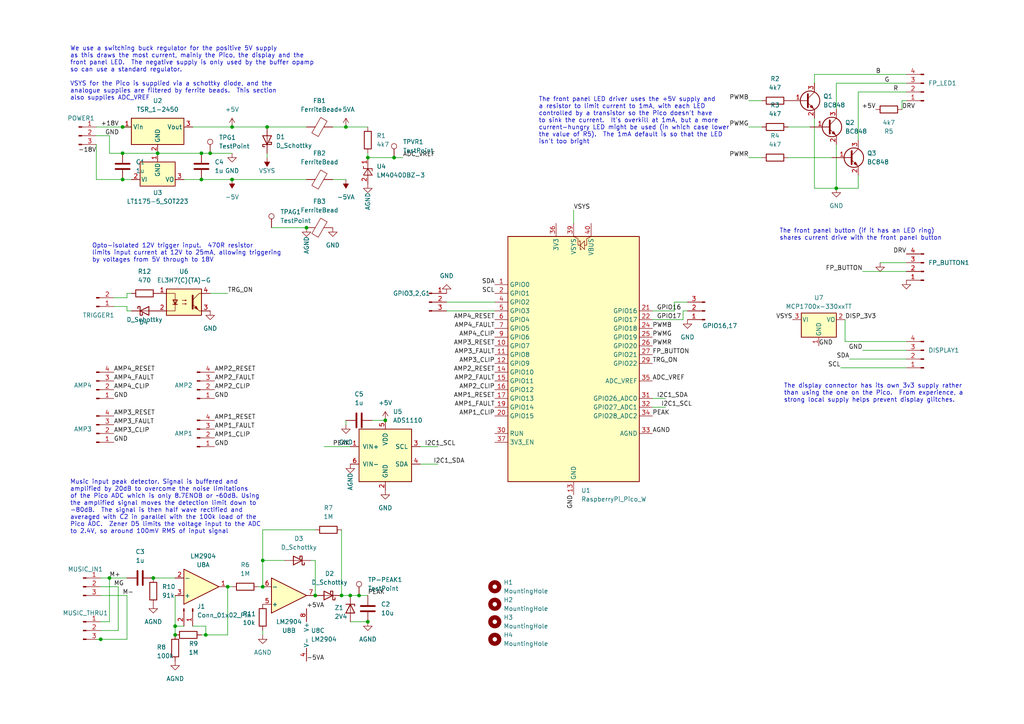
<source format=kicad_sch>
(kicad_sch (version 20231120) (generator "eeschema") (generator_version "8.0")
  (paper "A4")
  (lib_symbols
    (symbol "Amplifier_Operational:LM2904" (pin_names (offset 0.127))
      (property "Reference" "U" (at 0 5.08 0))
      (property "Value" "LM2904" (at 0 -5.08 0))
      (symbol "LM2904_1_1"
        (pin output line (at 7.62 0 180) (length 2.54) (name "~") (number "1"))
        (pin input line (at -7.62 -2.54 0) (length 2.54) (name "-") (number "2"))
        (pin input line (at -7.62 2.54 0) (length 2.54) (name "+") (number "3"))
      )
      (symbol "LM2904_2_1"
        (pin input line (at -7.62 2.54 0) (length 2.54) (name "+") (number "5"))
        (pin input line (at -7.62 -2.54 0) (length 2.54) (name "-") (number "6"))
        (pin output line (at 7.62 0 180) (length 2.54) (name "~") (number "7"))
      )
      (symbol "LM2904_3_1"
        (pin power_in line (at -2.54 -7.62 90) (length 3.81) (name "V-") (number "4"))
        (pin power_in line (at -2.54 7.62 270) (length 3.81) (name "V+") (number "8"))
      )
    )
    (symbol "Analog_ADC:ADS1110" (pin_names (offset 1.016))
      (property "Reference" "U" (at -7.62 8.89 0))
      (property "Value" "ADS1110" (at 1.27 8.89 0))
      (symbol "ADS1110_1_1"
        (pin input line (at -10.16 2.54 0) (length 2.54) (name "VIN+") (number "1"))
        (pin power_in line (at 0 -10.16 90) (length 2.54) (name "GND") (number "2"))
        (pin input line (at 10.16 2.54 180) (length 2.54) (name "SCL") (number "3"))
        (pin bidirectional line (at 10.16 -2.54 180) (length 2.54) (name "SDA") (number "4"))
        (pin power_in line (at 0 10.16 270) (length 2.54) (name "VDD") (number "5"))
        (pin input line (at -10.16 -2.54 0) (length 2.54) (name "VIN-") (number "6"))
      )
    )
    (symbol "Connector:Conn_01x02_Pin" (pin_names (offset 1.016) hide)
      (property "Reference" "J" (at 0 2.54 0))
      (property "Value" "Conn_01x02_Pin" (at 0 -5.08 0))
      (symbol "Conn_01x02_Pin_1_1"
        (pin passive line (at 5.08 0 180) (length 3.81) (name "Pin_1") (number "1"))
        (pin passive line (at 5.08 -2.54 180) (length 3.81) (name "Pin_2") (number "2"))
      )
    )
    (symbol "Connector:Conn_01x03_Pin" (pin_names (offset 1.016) hide)
      (property "Reference" "J" (at 0 5.08 0))
      (property "Value" "Conn_01x03_Pin" (at 0 -5.08 0))
      (symbol "Conn_01x03_Pin_1_1"
        (pin passive line (at 5.08 2.54 180) (length 3.81) (name "Pin_1") (number "1"))
        (pin passive line (at 5.08 0 180) (length 3.81) (name "Pin_2") (number "2"))
        (pin passive line (at 5.08 -2.54 180) (length 3.81) (name "Pin_3") (number "3"))
      )
    )
    (symbol "Connector:Conn_01x04_Pin" (pin_names (offset 1.016) hide)
      (property "Reference" "J" (at 0 5.08 0))
      (property "Value" "Conn_01x04_Pin" (at 0 -7.62 0))
      (symbol "Conn_01x04_Pin_1_1"
        (pin passive line (at 5.08 2.54 180) (length 3.81) (name "Pin_1") (number "1"))
        (pin passive line (at 5.08 0 180) (length 3.81) (name "Pin_2") (number "2"))
        (pin passive line (at 5.08 -2.54 180) (length 3.81) (name "Pin_3") (number "3"))
        (pin passive line (at 5.08 -5.08 180) (length 3.81) (name "Pin_4") (number "4"))
      )
    )
    (symbol "Connector:TestPoint" (pin_numbers hide) (pin_names (offset 0.762) hide)
      (property "Reference" "TP" (at 0 6.858 0))
      (property "Value" "TestPoint" (at 0 5.08 0))
      (symbol "TestPoint_1_1"
        (pin passive line (at 0 0 90) (length 2.54) (name "1") (number "1"))
      )
    )
    (symbol "Device:C" (pin_numbers hide) (pin_names (offset 0.254))
      (property "Reference" "C" (at 0.635 2.54 0))
      (property "Value" "C" (at 0.635 -2.54 0))
      (symbol "C_1_1"
        (pin passive line (at 0 3.81 270) (length 2.794) (name "~") (number "1"))
        (pin passive line (at 0 -3.81 90) (length 2.794) (name "~") (number "2"))
      )
    )
    (symbol "Device:D_Schottky" (pin_numbers hide) (pin_names (offset 1.016) hide)
      (property "Reference" "D" (at 0 2.54 0))
      (property "Value" "D_Schottky" (at 0 -2.54 0))
      (symbol "D_Schottky_1_1"
        (pin passive line (at -3.81 0 0) (length 2.54) (name "K") (number "1"))
        (pin passive line (at 3.81 0 180) (length 2.54) (name "A") (number "2"))
      )
    )
    (symbol "Device:D_Zener" (pin_numbers hide) (pin_names (offset 1.016) hide)
      (property "Reference" "D" (at 0 2.54 0))
      (property "Value" "D_Zener" (at 0 -2.54 0))
      (symbol "D_Zener_1_1"
        (pin passive line (at -3.81 0 0) (length 2.54) (name "K") (number "1"))
        (pin passive line (at 3.81 0 180) (length 2.54) (name "A") (number "2"))
      )
    )
    (symbol "Device:FerriteBead" (pin_numbers hide) (pin_names (offset 0))
      (property "Reference" "FB" (at -3.81 0.635 90))
      (property "Value" "FerriteBead" (at 3.81 0 90))
      (symbol "FerriteBead_1_1"
        (pin passive line (at 0 3.81 270) (length 2.54) (name "~") (number "1"))
        (pin passive line (at 0 -3.81 90) (length 2.54) (name "~") (number "2"))
      )
    )
    (symbol "Device:R" (pin_numbers hide) (pin_names (offset 0))
      (property "Reference" "R" (at 2.032 0 90))
      (property "Value" "R" (at 0 0 90))
      (symbol "R_1_1"
        (pin passive line (at 0 3.81 270) (length 1.27) (name "~") (number "1"))
        (pin passive line (at 0 -3.81 90) (length 1.27) (name "~") (number "2"))
      )
    )
    (symbol "Isolator:EL817" (pin_names (offset 1.016))
      (property "Reference" "U" (at -5.08 5.08 0))
      (property "Value" "EL817" (at 0 5.08 0))
      (symbol "EL817_1_1"
        (pin passive line (at -7.62 2.54 0) (length 2.54) (name "~") (number "1"))
        (pin passive line (at -7.62 -2.54 0) (length 2.54) (name "~") (number "2"))
        (pin passive line (at 7.62 -2.54 180) (length 2.54) (name "~") (number "3"))
        (pin passive line (at 7.62 2.54 180) (length 2.54) (name "~") (number "4"))
      )
    )
    (symbol "MCU_Module_RaspberryPi_Pico:RaspberryPi_Pico_W"
      (property "Reference" "U" (at -19.05 38.1 0))
      (property "Value" "RaspberryPi_Pico_W" (at 7.62 38.1 0))
      (symbol "RaspberryPi_Pico_W_1_1"
        (pin bidirectional line (at -22.86 22.86 0) (length 3.81) (name "GPIO0") (number "1"))
        (pin bidirectional line (at -22.86 5.08 0) (length 3.81) (name "GPIO7") (number "10"))
        (pin bidirectional line (at -22.86 2.54 0) (length 3.81) (name "GPIO8") (number "11"))
        (pin bidirectional line (at -22.86 0 0) (length 3.81) (name "GPIO9") (number "12"))
        (pin power_out line (at 0 -38.1 90) (length 3.81) (name "GND") (number "13"))
        (pin bidirectional line (at -22.86 -2.54 0) (length 3.81) (name "GPIO10") (number "14"))
        (pin bidirectional line (at -22.86 -5.08 0) (length 3.81) (name "GPIO11") (number "15"))
        (pin bidirectional line (at -22.86 -7.62 0) (length 3.81) (name "GPIO12") (number "16"))
        (pin bidirectional line (at -22.86 -10.16 0) (length 3.81) (name "GPIO13") (number "17"))
        (pin passive line (at 0 -38.1 90) (length 3.81) hide (name "GND") (number "18"))
        (pin bidirectional line (at -22.86 -12.7 0) (length 3.81) (name "GPIO14") (number "19"))
        (pin bidirectional line (at -22.86 20.32 0) (length 3.81) (name "GPIO1") (number "2"))
        (pin bidirectional line (at -22.86 -15.24 0) (length 3.81) (name "GPIO15") (number "20"))
        (pin bidirectional line (at 22.86 15.24 180) (length 3.81) (name "GPIO16") (number "21"))
        (pin bidirectional line (at 22.86 12.7 180) (length 3.81) (name "GPIO17") (number "22"))
        (pin passive line (at 0 -38.1 90) (length 3.81) hide (name "GND") (number "23"))
        (pin bidirectional line (at 22.86 10.16 180) (length 3.81) (name "GPIO18") (number "24"))
        (pin bidirectional line (at 22.86 7.62 180) (length 3.81) (name "GPIO19") (number "25"))
        (pin bidirectional line (at 22.86 5.08 180) (length 3.81) (name "GPIO20") (number "26"))
        (pin bidirectional line (at 22.86 2.54 180) (length 3.81) (name "GPIO21") (number "27"))
        (pin passive line (at 0 -38.1 90) (length 3.81) hide (name "GND") (number "28"))
        (pin bidirectional line (at 22.86 0 180) (length 3.81) (name "GPIO22") (number "29"))
        (pin passive line (at 0 -38.1 90) (length 3.81) hide (name "GND") (number "3"))
        (pin input line (at -22.86 -20.32 0) (length 3.81) (name "RUN") (number "30"))
        (pin bidirectional line (at 22.86 -10.16 180) (length 3.81) (name "GPIO26_ADC0") (number "31"))
        (pin bidirectional line (at 22.86 -12.7 180) (length 3.81) (name "GPIO27_ADC1") (number "32"))
        (pin power_in line (at 22.86 -20.32 180) (length 3.81) (name "AGND") (number "33"))
        (pin bidirectional line (at 22.86 -15.24 180) (length 3.81) (name "GPIO28_ADC2") (number "34"))
        (pin power_in line (at 22.86 -5.08 180) (length 3.81) (name "ADC_VREF") (number "35"))
        (pin power_out line (at -5.08 40.64 270) (length 3.81) (name "3V3") (number "36"))
        (pin input line (at -22.86 -22.86 0) (length 3.81) (name "3V3_EN") (number "37"))
        (pin passive line (at 0 -38.1 90) (length 3.81) hide (name "GND") (number "38"))
        (pin power_in line (at 0 40.64 270) (length 3.81) (name "VSYS") (number "39"))
        (pin bidirectional line (at -22.86 17.78 0) (length 3.81) (name "GPIO2") (number "4"))
        (pin power_out line (at 5.08 40.64 270) (length 3.81) (name "VBUS") (number "40"))
        (pin bidirectional line (at -22.86 15.24 0) (length 3.81) (name "GPIO3") (number "5"))
        (pin bidirectional line (at -22.86 12.7 0) (length 3.81) (name "GPIO4") (number "6"))
        (pin bidirectional line (at -22.86 10.16 0) (length 3.81) (name "GPIO5") (number "7"))
        (pin passive line (at 0 -38.1 90) (length 3.81) hide (name "GND") (number "8"))
        (pin bidirectional line (at -22.86 7.62 0) (length 3.81) (name "GPIO6") (number "9"))
      )
    )
    (symbol "Mechanical:MountingHole" (pin_names (offset 1.016))
      (property "Reference" "H" (at 0 5.08 0))
      (property "Value" "MountingHole" (at 0 3.175 0))
    )
    (symbol "Reference_Voltage:LM4040DBZ-3" (pin_names (offset 0.0254) hide)
      (property "Reference" "U" (at 0 2.54 0))
      (property "Value" "LM4040DBZ-3" (at 0 -3.175 0))
      (symbol "LM4040DBZ-3_1_1"
        (pin passive line (at 3.81 0 180) (length 2.54) (name "K") (number "1"))
        (pin passive line (at -3.81 0 0) (length 2.54) (name "A") (number "2"))
      )
    )
    (symbol "Regulator_Linear:LM79L05_TO92" (pin_names (offset 0.254))
      (property "Reference" "U" (at -3.81 -3.175 0))
      (property "Value" "LM79L05_TO92" (at 0 -3.175 0))
      (symbol "LM79L05_TO92_1_1"
        (pin power_in line (at 0 7.62 270) (length 2.54) (name "GND") (number "1"))
        (pin power_in line (at -7.62 0 0) (length 2.54) (name "VI") (number "2"))
        (pin power_out line (at 7.62 0 180) (length 2.54) (name "VO") (number "3"))
      )
    )
    (symbol "Regulator_Linear:MCP1700x-330xxTT" (pin_names (offset 0.254))
      (property "Reference" "U" (at -3.81 3.175 0))
      (property "Value" "MCP1700x-330xxTT" (at 0 3.175 0))
      (symbol "MCP1700x-330xxTT_1_1"
        (pin power_in line (at 0 -7.62 90) (length 2.54) (name "GND") (number "1"))
        (pin power_out line (at 7.62 0 180) (length 2.54) (name "VO") (number "2"))
        (pin power_in line (at -7.62 0 0) (length 2.54) (name "VI") (number "3"))
      )
    )
    (symbol "Regulator_Switching:TSR_1-2450"
      (property "Reference" "U" (at -7.62 6.35 0))
      (property "Value" "TSR_1-2450" (at -1.27 6.35 0))
      (symbol "TSR_1-2450_1_1"
        (pin power_in line (at -10.16 2.54 0) (length 2.54) (name "Vin") (number "1"))
        (pin power_in line (at 0 -5.08 90) (length 2.54) (name "GND") (number "2"))
        (pin power_out line (at 10.16 2.54 180) (length 2.54) (name "Vout") (number "3"))
      )
    )
    (symbol "Transistor_BJT:BC848" (pin_names (offset 0) hide)
      (property "Reference" "Q" (at 5.08 1.905 0))
      (property "Value" "BC848" (at 5.08 0 0))
      (symbol "BC848_1_1"
        (pin input line (at -5.08 0 0) (length 5.715) (name "B") (number "1"))
        (pin passive line (at 2.54 -5.08 90) (length 2.54) (name "E") (number "2"))
        (pin passive line (at 2.54 5.08 270) (length 2.54) (name "C") (number "3"))
      )
    )
    (symbol "power:+5V" (power) (pin_names (offset 0))
      (property "Value" "+5V" (at 0 3.556 0))
      (symbol "+5V_1_1"
        (pin power_in line (at 0 0 90) (length 0) hide (name "+5V") (number "1"))
      )
    )
    (symbol "power:+5VA" (power) (pin_names (offset 0))
      (property "Value" "+5VA" (at 0 3.556 0))
      (symbol "+5VA_1_1"
        (pin power_in line (at 0 0 90) (length 0) hide (name "+5VA") (number "1"))
      )
    )
    (symbol "power:-5V" (power) (pin_names (offset 0))
      (property "Value" "-5V" (at 0 3.81 0))
      (symbol "-5V_0_0"
        (pin power_in line (at 0 0 90) (length 0) hide (name "-5V") (number "1"))
      )
    )
    (symbol "power:-5VA" (power) (pin_names (offset 0))
      (property "Value" "-5VA" (at 0 3.81 0))
      (symbol "-5VA_0_0"
        (pin power_in line (at 0 0 90) (length 0) hide (name "-5VA") (number "1"))
      )
    )
    (symbol "power:GND" (power) (pin_names (offset 0))
      (property "Value" "GND" (at 0 -3.81 0))
      (symbol "GND_1_1"
        (pin power_in line (at 0 0 270) (length 0) hide (name "GND") (number "1"))
      )
    )
    (symbol "power:VSS" (power) (pin_names (offset 0))
      (property "Value" "VSYS" (at 0 5.08 0))
      (symbol "VSS_1_1"
        (pin power_in line (at 0 0 90) (length 0) hide (name "VSYS") (number "1"))
      )
    )
  )
  (junction (at 91.44 172.72))
  (junction (at 111.76 121.92))
  (junction (at 114.3 45.72))
  (junction (at 106.68 45.72))
  (junction (at 50.8 184.15))
  (junction (at 35.56 36.83))
  (junction (at 242.57 54.61))
  (junction (at 76.2 170.18))
  (junction (at 66.04 170.18))
  (junction (at 44.45 167.64))
  (junction (at 76.2 162.56))
  (junction (at 67.31 52.07))
  (junction (at 106.68 180.34))
  (junction (at 31.75 167.64))
  (junction (at 35.56 44.45))
  (junction (at 29.21 185.42))
  (junction (at 100.33 36.83))
  (junction (at 58.42 44.45))
  (junction (at 67.31 36.83))
  (junction (at 35.56 52.07))
  (junction (at 58.42 52.07))
  (junction (at 88.9 66.04))
  (junction (at 45.72 44.45))
  (junction (at 99.06 172.72))
  (junction (at 101.6 172.72))
  (junction (at 50.8 181.61))
  (junction (at 104.14 172.72))
  (junction (at 77.47 36.83))
  (junction (at 60.96 44.45))
  (junction (at 59.69 184.15))
  (wire (pts (xy 255.27 76.2) (xy 262.89 76.2)))
  (wire (pts (xy 76.2 153.67) (xy 76.2 162.56)))
  (wire (pts (xy 36.83 90.17) (xy 38.1 90.17)))
  (wire (pts (xy 248.92 26.67) (xy 248.92 40.64)))
  (wire (pts (xy 33.02 86.36) (xy 36.83 86.36)))
  (wire (pts (xy 60.96 85.09) (xy 66.04 85.09)))
  (wire (pts (xy 242.57 41.91) (xy 242.57 54.61)))
  (wire (pts (xy 76.2 153.67) (xy 91.44 153.67)))
  (wire (pts (xy 195.58 90.17) (xy 195.58 87.63)))
  (wire (pts (xy 53.34 52.07) (xy 58.42 52.07)))
  (wire (pts (xy 121.92 134.62) (xy 127 134.62)))
  (wire (pts (xy 246.38 104.14) (xy 262.89 104.14)))
  (wire (pts (xy 76.2 162.56) (xy 82.55 162.56)))
  (wire (pts (xy 91.44 162.56) (xy 90.17 162.56)))
  (wire (pts (xy 262.89 26.67) (xy 248.92 26.67)))
  (wire (pts (xy 242.57 24.13) (xy 262.89 24.13)))
  (wire (pts (xy 27.94 52.07) (xy 35.56 52.07)))
  (wire (pts (xy 107.95 121.92) (xy 111.76 121.92)))
  (wire (pts (xy 58.42 44.45) (xy 60.96 44.45)))
  (wire (pts (xy 77.47 170.18) (xy 76.2 170.18)))
  (wire (pts (xy 50.8 172.72) (xy 50.8 181.61)))
  (wire (pts (xy 228.6 36.83) (xy 234.95 36.83)))
  (wire (pts (xy 99.06 172.72) (xy 101.6 172.72)))
  (wire (pts (xy 100.33 36.83) (xy 106.68 36.83)))
  (wire (pts (xy 243.84 106.68) (xy 262.89 106.68)))
  (wire (pts (xy 261.62 31.75) (xy 261.62 29.21)))
  (wire (pts (xy 189.23 115.57) (xy 193.04 115.57)))
  (wire (pts (xy 55.88 36.83) (xy 67.31 36.83)))
  (wire (pts (xy 114.3 45.72) (xy 116.84 45.72)))
  (wire (pts (xy 248.92 54.61) (xy 248.92 50.8)))
  (wire (pts (xy 76.2 182.88) (xy 76.2 184.15)))
  (wire (pts (xy 236.22 21.59) (xy 262.89 21.59)))
  (wire (pts (xy 27.94 36.83) (xy 35.56 36.83)))
  (wire (pts (xy 60.96 44.45) (xy 67.31 44.45)))
  (wire (pts (xy 242.57 31.75) (xy 242.57 24.13)))
  (wire (pts (xy 101.6 172.72) (xy 104.14 172.72)))
  (wire (pts (xy 66.04 170.18) (xy 67.31 170.18)))
  (wire (pts (xy 99.06 172.72) (xy 99.06 153.67)))
  (wire (pts (xy 76.2 162.56) (xy 76.2 170.18)))
  (wire (pts (xy 34.29 182.88) (xy 34.29 170.18)))
  (wire (pts (xy 58.42 52.07) (xy 67.31 52.07)))
  (wire (pts (xy 78.74 66.04) (xy 88.9 66.04)))
  (wire (pts (xy 250.19 101.6) (xy 262.89 101.6)))
  (wire (pts (xy 29.21 180.34) (xy 31.75 180.34)))
  (wire (pts (xy 189.23 92.71) (xy 198.12 92.71)))
  (wire (pts (xy 27.94 41.91) (xy 27.94 52.07)))
  (wire (pts (xy 198.12 90.17) (xy 199.39 90.17)))
  (wire (pts (xy 195.58 87.63) (xy 199.39 87.63)))
  (wire (pts (xy 236.22 34.29) (xy 236.22 54.61)))
  (wire (pts (xy 236.22 21.59) (xy 236.22 24.13)))
  (wire (pts (xy 67.31 52.07) (xy 88.9 52.07)))
  (wire (pts (xy 262.89 78.74) (xy 250.19 78.74)))
  (wire (pts (xy 104.14 172.72) (xy 106.68 172.72)))
  (wire (pts (xy 36.83 85.09) (xy 38.1 85.09)))
  (wire (pts (xy 35.56 36.83) (xy 38.1 36.83)))
  (wire (pts (xy 143.51 90.17) (xy 129.54 90.17)))
  (wire (pts (xy 67.31 36.83) (xy 77.47 36.83)))
  (wire (pts (xy 29.21 167.64) (xy 31.75 167.64)))
  (wire (pts (xy 129.54 87.63) (xy 143.51 87.63)))
  (wire (pts (xy 31.75 39.37) (xy 31.75 44.45)))
  (wire (pts (xy 50.8 181.61) (xy 50.8 184.15)))
  (wire (pts (xy 29.21 182.88) (xy 34.29 182.88)))
  (wire (pts (xy 242.57 54.61) (xy 248.92 54.61)))
  (wire (pts (xy 50.8 181.61) (xy 53.34 181.61)))
  (wire (pts (xy 100.33 121.92) (xy 100.33 123.19)))
  (wire (pts (xy 217.17 36.83) (xy 220.98 36.83)))
  (wire (pts (xy 66.04 170.18) (xy 66.04 184.15)))
  (wire (pts (xy 121.92 129.54) (xy 127 129.54)))
  (wire (pts (xy 93.98 129.54) (xy 101.6 129.54)))
  (wire (pts (xy 36.83 172.72) (xy 36.83 185.42)))
  (wire (pts (xy 245.11 99.06) (xy 262.89 99.06)))
  (wire (pts (xy 27.94 39.37) (xy 31.75 39.37)))
  (wire (pts (xy 236.22 54.61) (xy 242.57 54.61)))
  (wire (pts (xy 261.62 29.21) (xy 262.89 29.21)))
  (wire (pts (xy 44.45 167.64) (xy 50.8 167.64)))
  (wire (pts (xy 77.47 36.83) (xy 88.9 36.83)))
  (wire (pts (xy 198.12 92.71) (xy 198.12 90.17)))
  (wire (pts (xy 217.17 29.21) (xy 220.98 29.21)))
  (wire (pts (xy 36.83 88.9) (xy 36.83 90.17)))
  (wire (pts (xy 101.6 180.34) (xy 106.68 180.34)))
  (wire (pts (xy 74.93 170.18) (xy 76.2 170.18)))
  (wire (pts (xy 96.52 36.83) (xy 100.33 36.83)))
  (wire (pts (xy 91.44 162.56) (xy 91.44 172.72)))
  (wire (pts (xy 189.23 118.11) (xy 193.04 118.11)))
  (wire (pts (xy 29.21 170.18) (xy 34.29 170.18)))
  (wire (pts (xy 27.94 185.42) (xy 29.21 185.42)))
  (wire (pts (xy 106.68 45.72) (xy 106.68 44.45)))
  (wire (pts (xy 166.37 60.96) (xy 166.37 64.77)))
  (wire (pts (xy 58.42 184.15) (xy 59.69 184.15)))
  (wire (pts (xy 106.68 45.72) (xy 114.3 45.72)))
  (wire (pts (xy 35.56 52.07) (xy 38.1 52.07)))
  (wire (pts (xy 29.21 185.42) (xy 36.83 185.42)))
  (wire (pts (xy 228.6 45.72) (xy 241.3 45.72)))
  (wire (pts (xy 36.83 86.36) (xy 36.83 85.09)))
  (wire (pts (xy 96.52 52.07) (xy 100.33 52.07)))
  (wire (pts (xy 189.23 90.17) (xy 195.58 90.17)))
  (wire (pts (xy 59.69 181.61) (xy 59.69 184.15)))
  (wire (pts (xy 31.75 44.45) (xy 35.56 44.45)))
  (wire (pts (xy 31.75 167.64) (xy 31.75 180.34)))
  (wire (pts (xy 55.88 181.61) (xy 59.69 181.61)))
  (wire (pts (xy 245.11 99.06) (xy 245.11 92.71)))
  (wire (pts (xy 77.47 44.45) (xy 77.47 45.72)))
  (wire (pts (xy 217.17 45.72) (xy 220.98 45.72)))
  (wire (pts (xy 59.69 184.15) (xy 66.04 184.15)))
  (wire (pts (xy 29.21 172.72) (xy 36.83 172.72)))
  (wire (pts (xy 33.02 88.9) (xy 36.83 88.9)))
  (wire (pts (xy 31.75 167.64) (xy 36.83 167.64)))
  (wire (pts (xy 45.72 44.45) (xy 58.42 44.45)))
  (wire (pts (xy 35.56 44.45) (xy 45.72 44.45)))
  (wire (pts (xy 64.77 170.18) (xy 66.04 170.18)))
  (text "Music input peak detector. Signal is buffered and\namplified by 20dB to overcome the noise limitations\nof the Pico ADC which is only 8.7ENOB or ~60dB. Using\nthe amplified signal moves the detection limit down to\n-80dB.  The signal is then half wave rectified and\naveraged with C2 in parallel with the 100k load of the\nPico ADC.  Zener D5 limits the voltage input to the ADC\nto 2.4V, so around 100mV RMS of input signal" (at 20.32 154.94 0) (effects (font (size 1.27 1.27)) (justify left bottom)))
  (text "The front panel button (if it has an LED ring)\nshares current drive with the front panel button" (at 226.06 69.85 0) (effects (font (size 1.27 1.27)) (justify left bottom)))
  (text "Opto-isolated 12V trigger input.  470R resistor\nlimits input current at 12V to 25mA, allowing triggering\nby voltages from 5V through to 18V" (at 26.67 76.2 0) (effects (font (size 1.27 1.27)) (justify left bottom)))
  (text "The front panel LED driver uses the +5V supply and\na resistor to limit current to 1mA, with each LED\ncontrolled by a transistor so the Pico doesn't have\nto sink the current.  It's overkill at 1mA, but a more\ncurrent-hungry LED might be used (in which case lower\nthe value of R5).  The 1mA default is so that the LED\nisn't too bright" (at 156.21 41.91 0) (effects (font (size 1.27 1.27)) (justify left bottom)))
  (text "We use a switching buck regulator for the positive 5V supply\nas this draws the most current, mainly the Pico, the display and the\nfront panel LED.  The negative supply is only used by the buffer opamp\nso can use a standard regulator.\n\nVSYS for the Pico is supplied via a schottky diode, and the\nanalogue supplies are filtered by ferrite beads.  This section\nalso supplies ADC_VREF" (at 20.32 29.21 0) (effects (font (size 1.27 1.27)) (justify left bottom)))
  (text "The display connector has its own 3v3 supply rather\nthan using the one on the Pico.  From experience, a\nstrong local supply helps prevent display glitches." (at 227.33 116.84 0) (effects (font (size 1.27 1.27)) (justify left bottom)))
  (label "SCL" (at 243.84 106.68 180))
  (label "AMP1_CLIP" (at 143.51 120.65 180))
  (label "AMP4_CLIP" (at 33.02 113.03 0))
  (label "SDA" (at 246.38 104.14 180))
  (label "GND" (at 62.23 115.57 0))
  (label "TRG_ON" (at 189.23 105.41 0))
  (label "AMP3_CLIP" (at 33.02 125.73 0))
  (label "+5V" (at 254 31.75 180))
  (label "-5VA" (at 88.9 191.77 0))
  (label "PWMR" (at 217.17 45.72 180))
  (label "GND" (at 166.37 143.51 270))
  (label "AMP4_FAULT" (at 33.02 110.49 0))
  (label "AMP4_FAULT" (at 143.51 95.25 180))
  (label "GND" (at 237.49 100.33 0))
  (label "FP_BUTTON" (at 189.23 102.87 0))
  (label "AMP4_RESET" (at 143.51 92.71 180))
  (label "DISP_3V3" (at 245.11 92.71 0))
  (label "PEAK" (at 189.23 120.65 0))
  (label "AGND" (at 189.23 125.73 0))
  (label "PWMG" (at 189.23 97.79 0))
  (label "TRG_ON" (at 66.04 85.09 0))
  (label "GND" (at 33.02 128.27 0))
  (label "PWMG" (at 217.17 36.83 180))
  (label "ADC_VREF" (at 116.84 45.72 0))
  (label "G" (at 256.54 24.13 0))
  (label "AMP3_RESET" (at 33.02 120.65 0))
  (label "SDA" (at 143.51 82.55 180))
  (label "DRV" (at 261.62 31.75 0))
  (label "GND" (at 33.02 115.57 0))
  (label "GPIO17" (at 190.5 92.71 0))
  (label "GPIO16" (at 190.5 90.17 0))
  (label "AMP2_RESET" (at 143.51 107.95 180))
  (label "AMP3_FAULT" (at 143.51 102.87 180))
  (label "AMP1_FAULT" (at 62.23 124.46 0))
  (label "AMP2_CLIP" (at 62.23 113.03 0))
  (label "AMP2_FAULT" (at 143.51 110.49 180))
  (label "AMP1_FAULT" (at 143.51 118.11 180))
  (label "AMP3_FAULT" (at 33.02 123.19 0))
  (label "AMP2_FAULT" (at 62.23 110.49 0))
  (label "MG" (at 33.02 170.18 0))
  (label "-18V" (at 27.94 44.45 180))
  (label "AMP1_RESET" (at 62.23 121.92 0))
  (label "R" (at 259.08 26.67 0))
  (label "PWMR" (at 189.23 100.33 0))
  (label "AMP2_CLIP" (at 143.51 113.03 180))
  (label "I2C1_SCL" (at 191.77 118.11 0))
  (label "B" (at 254 21.59 0))
  (label "AMP3_CLIP" (at 143.51 105.41 180))
  (label "I2C1_SCL" (at 123.19 129.54 0))
  (label "GND" (at 30.48 39.37 0))
  (label "AMP2_RESET" (at 62.23 107.95 0))
  (label "DRV" (at 262.89 73.66 180))
  (label "AMP1_CLIP" (at 62.23 127 0))
  (label "+18V" (at 29.21 36.83 0))
  (label "ADC_VREF" (at 189.23 110.49 0))
  (label "I2C1_SDA" (at 190.5 115.57 0))
  (label "AMP4_RESET" (at 33.02 107.95 0))
  (label "VSYS" (at 229.87 92.71 180))
  (label "GND" (at 62.23 129.54 0))
  (label "AMP4_CLIP" (at 143.51 97.79 180))
  (label "PEAK" (at 106.68 172.72 0))
  (label "I2C1_SDA" (at 125.73 134.62 0))
  (label "PWMB" (at 189.23 95.25 0))
  (label "AMP3_RESET" (at 143.51 100.33 180))
  (label "FP_BUTTON" (at 250.19 78.74 180))
  (label "GND" (at 250.19 101.6 180))
  (label "PWMB" (at 217.17 29.21 180))
  (label "+5VA" (at 88.9 176.53 0))
  (label "M-" (at 35.56 172.72 0))
  (label "SCL" (at 143.51 85.09 180))
  (label "M+" (at 31.75 167.64 0))
  (label "AMP1_RESET" (at 143.51 115.57 180))
  (label "VSYS" (at 166.37 60.96 0))
  (label "PEAK" (at 96.52 129.54 0))
  (symbol (lib_id "power:VSS") (at 77.47 45.72 180) (unit 1)
    (property "Reference" "#PWR02" (effects (hide yes)))
    (property "Value" "VSYS" (at 77.47 49.53 0))
  )
  (symbol (lib_id "Connector:TestPoint") (at 104.14 172.72 0) (unit 1)
    (property "Reference" "TP-PEAK1" (at 106.68 168.1479 0) (effects (justify left)))
    (property "Value" "TestPoint" (at 106.68 170.6879 0) (effects (justify left)))
    (property "Footprint" "TestPoint:TestPoint_THTPad_1.0x1.0mm_Drill0.5mm" (effects (hide yes)))
    (property "Description" "test point" (effects (hide yes)))
  )
  (symbol (lib_id "Reference_Voltage:LM4040DBZ-3") (at 106.68 49.53 90) (unit 1)
    (property "Reference" "U4" (at 109.22 48.26 90) (effects (justify right)))
    (property "Value" "LM4040DBZ-3" (at 109.22 50.8 90) (effects (justify right)))
    (property "Footprint" "Package_TO_SOT_SMD:SOT-23" (effects (hide yes)))
    (property "Datasheet" "http://www.ti.com/lit/ds/symlink/lm4040-n.pdf" (effects (hide yes)))
    (property "LCSC" "C181416" (effects (hide yes)))
  )
  (symbol (lib_id "Mechanical:MountingHole") (at 143.51 180.34 0) (unit 1) (in_bom no)
    (property "Reference" "H3" (at 146.05 179.07 0) (effects (justify left)))
    (property "Value" "MountingHole" (at 146.05 181.61 0) (effects (justify left)))
    (property "Footprint" "MountingHole:MountingHole_3.2mm_M3" (effects (hide yes)))
  )
  (symbol (lib_id "Device:R") (at 44.45 171.45 0) (unit 1)
    (property "Reference" "R10" (at 46.99 170.18 0) (effects (justify left)))
    (property "Value" "91k" (at 46.99 172.72 0) (effects (justify left)))
    (property "Footprint" "Resistor_SMD:R_0805_2012Metric" (effects (hide yes)))
    (property "LCSC" "C2930321" (effects (hide yes)))
  )
  (symbol (lib_id "Regulator_Switching:TSR_1-2450") (at 45.72 39.37 0) (unit 1) (in_bom no)
    (property "Reference" "U2" (at 45.72 29.21 0))
    (property "Value" "TSR_1-2450" (at 45.72 31.75 0))
    (property "Footprint" "Converter_DCDC:Converter_DCDC_TRACO_TSR-1_THT" (effects (hide yes)))
    (property "Datasheet" "http://www.tracopower.com/products/tsr1.pdf" (effects (hide yes)))
  )
  (symbol (lib_id "power:GND") (at 96.52 66.04 0) (unit 1)
    (property "Reference" "#PWR019" (effects (hide yes)))
    (property "Value" "GND" (at 96.52 71.12 0))
  )
  (symbol (lib_id "Connector:Conn_01x03_Pin") (at 204.47 90.17 180) (unit 1)
    (property "Reference" "GPIO16,17" (at 208.788 94.488 0))
    (property "Value" "Conn_01x02_Pin" (effects (hide yes)))
    (property "Footprint" "Connector_PinHeader_2.54mm:PinHeader_1x03_P2.54mm_Vertical" (effects (hide yes)))
    (property "Description" "Generic connector, single row, 01x03, script generated" (effects (hide yes)))
  )
  (symbol (lib_id "power:-5VA") (at 100.33 52.07 180) (unit 1)
    (property "Reference" "#PWR06" (effects (hide yes)))
    (property "Value" "-5VA" (at 100.33 57.15 0))
  )
  (symbol (lib_id "power:GND") (at 67.31 44.45 0) (unit 1)
    (property "Reference" "#PWR01" (effects (hide yes)))
    (property "Value" "GND" (at 67.31 49.53 0))
  )
  (symbol (lib_id "MCU_Module_RaspberryPi_Pico:RaspberryPi_Pico_W") (at 166.37 105.41 0) (unit 1) (in_bom no)
    (property "Reference" "U1" (at 168.5641 142.24 0) (effects (justify left)))
    (property "Value" "RaspberryPi_Pico_W" (at 168.5641 144.78 0) (effects (justify left)))
    (property "Footprint" "Module_RaspberryPi_Pico:RaspberryPi_Pico_W_SMD" (effects (hide yes)))
    (property "Datasheet" "https://datasheets.raspberrypi.com/picow/pico-w-datasheet.pdf" (effects (hide yes)))
  )
  (symbol (lib_id "Mechanical:MountingHole") (at 143.51 175.26 0) (unit 1) (in_bom no)
    (property "Reference" "H2" (at 146.05 173.99 0) (effects (justify left)))
    (property "Value" "MountingHole" (at 146.05 176.53 0) (effects (justify left)))
    (property "Footprint" "MountingHole:MountingHole_3.2mm_M3" (effects (hide yes)))
  )
  (symbol (lib_id "Regulator_Linear:MCP1700x-330xxTT") (at 237.49 92.71 0) (unit 1)
    (property "Reference" "U7" (at 237.49 86.36 0))
    (property "Value" "MCP1700x-330xxTT" (at 237.49 88.9 0))
    (property "Footprint" "Package_TO_SOT_SMD:SOT-23" (effects (hide yes)))
    (property "Datasheet" "http://ww1.microchip.com/downloads/en/DeviceDoc/20001826D.pdf" (effects (hide yes)))
    (property "LCSC" "C5446" (effects (hide yes)))
  )
  (symbol (lib_id "power:GND") (at 111.76 142.24 0) (unit 1)
    (property "Reference" "#PWR022" (effects (hide yes)))
    (property "Value" "GND" (at 111.76 147.32 0))
  )
  (symbol (lib_id "power:GND") (at 262.89 81.28 0) (unit 1)
    (property "Reference" "#PWR013" (effects (hide yes)))
    (property "Value" "GND" (effects (hide yes)))
  )
  (symbol (lib_id "Device:D_Schottky") (at 41.91 90.17 0) (unit 1)
    (property "Reference" "D4" (at 41.656 93.472 0))
    (property "Value" "D_Schottky" (at 41.91 92.71 0))
    (property "Footprint" "Diode_SMD:D_SOD-523" (effects (hide yes)))
    (property "Description" "Schottky diode" (effects (hide yes)))
    (property "Sim.Device" "D" (effects (hide yes)))
    (property "Sim.Pins" "1=K 2=A" (effects (hide yes)))
    (property "LCSC" "C145179" (effects (hide yes)))
  )
  (symbol (lib_id "Device:R") (at 50.8 187.96 0) (unit 1)
    (property "Reference" "R8" (at 45.466 187.706 0) (effects (justify left)))
    (property "Value" "100k" (at 45.466 190.246 0) (effects (justify left)))
    (property "Footprint" "Resistor_SMD:R_0805_2012Metric" (effects (hide yes)))
    (property "LCSC" "C149504" (effects (hide yes)))
  )
  (symbol (lib_id "Device:R") (at 106.68 40.64 0) (unit 1)
    (property "Reference" "R1" (at 109.22 39.37 0) (effects (justify left)))
    (property "Value" "4k7" (at 109.22 41.91 0) (effects (justify left)))
    (property "Footprint" "Resistor_SMD:R_0805_2012Metric" (effects (hide yes)))
    (property "LCSC" "C17673" (effects (hide yes)))
  )
  (symbol (lib_id "Mechanical:MountingHole") (at 143.51 170.18 0) (unit 1) (in_bom no)
    (property "Reference" "H1" (at 146.05 168.91 0) (effects (justify left)))
    (property "Value" "MountingHole" (at 146.05 171.45 0) (effects (justify left)))
    (property "Footprint" "MountingHole:MountingHole_3.2mm_M3" (effects (hide yes)))
  )
  (symbol (lib_id "Connector:Conn_01x04_Pin") (at 27.94 125.73 0) (mirror x) (unit 1) (in_bom no)
    (property "Reference" "AMP3" (at 26.67 124.46 0) (effects (justify right)))
    (property "Value" "Conn_01x04_Pin" (effects (hide yes)))
    (property "Footprint" "Connector_JST:JST_EH_B4B-EH-A_1x04_P2.50mm_Vertical" (effects (hide yes)))
  )
  (symbol (lib_id "power:GND") (at 106.68 180.34 0) (unit 1)
    (property "Reference" "#PWR010" (effects (hide yes)))
    (property "Value" "AGND" (at 106.68 185.42 0))
  )
  (symbol (lib_id "Connector:Conn_01x02_Pin") (at 27.94 88.9 0) (mirror x) (unit 1) (in_bom no)
    (property "Reference" "TRIGGER1" (at 28.575 91.44 0))
    (property "Value" "Conn_01x02_Pin" (effects (hide yes)))
    (property "Footprint" "Connector_JST:JST_EH_B2B-EH-A_1x02_P2.50mm_Vertical" (effects (hide yes)))
  )
  (symbol (lib_id "Transistor_BJT:BC848") (at 246.38 45.72 0) (unit 1)
    (property "Reference" "Q3" (at 251.46 44.45 0) (effects (justify left)))
    (property "Value" "BC848" (at 251.46 46.99 0) (effects (justify left)))
    (property "Footprint" "Package_TO_SOT_SMD:SOT-723" (effects (hide yes)))
    (property "Datasheet" "http://www.infineon.com/dgdl/Infineon-BC847SERIES_BC848SERIES_BC849SERIES_BC850SERIES-DS-v01_01-en.pdf?fileId=db3a304314dca389011541d4630a1657" (effects (hide yes)))
    (property "LCSC" "C2923360" (effects (hide yes)))
  )
  (symbol (lib_id "Connector:Conn_01x03_Pin") (at 124.46 87.63 0) (unit 1)
    (property "Reference" "GPIO3,2,G1" (at 119.38 85.09 0))
    (property "Value" "Conn_01x02_Pin" (effects (hide yes)))
    (property "Footprint" "Connector_PinHeader_2.54mm:PinHeader_1x03_P2.54mm_Vertical" (effects (hide yes)))
    (property "Description" "Generic connector, single row, 01x03, script generated" (effects (hide yes)))
  )
  (symbol (lib_id "Device:C") (at 58.42 48.26 0) (unit 1)
    (property "Reference" "C4" (at 62.23 46.99 0) (effects (justify left)))
    (property "Value" "1u" (at 62.23 49.53 0) (effects (justify left)))
    (property "Footprint" "Capacitor_SMD:C_0805_2012Metric" (effects (hide yes)))
    (property "LCSC" "C28323" (effects (hide yes)))
  )
  (symbol (lib_id "Connector:Conn_01x02_Pin") (at 55.88 176.53 270) (unit 1)
    (property "Reference" "J1" (at 57.15 175.8949 90) (effects (justify left)))
    (property "Value" "Conn_01x02_Pin" (at 57.15 178.4349 90) (effects (justify left)))
    (property "Footprint" "Connector_PinHeader_2.54mm:PinHeader_1x02_P2.54mm_Vertical" (effects (hide yes)))
    (property "Description" "Generic connector, single row, 01x02, script generated" (effects (hide yes)))
  )
  (symbol (lib_id "Analog_ADC:ADS1110") (at 111.76 132.08 0) (unit 1)
    (property "Reference" "U5" (at 113.9541 119.38 0) (effects (justify left)))
    (property "Value" "ADS1110" (at 113.9541 121.92 0) (effects (justify left)))
    (property "Footprint" "Package_TO_SOT_SMD:SOT-23-6" (effects (hide yes)))
    (property "Datasheet" "http://www.ti.com/lit/ds/symlink/ads1110.pdf" (effects (hide yes)))
    (property "Description" "16 Bit Analog to Digital converter with on board reference" (effects (hide yes)))
    (property "LCSC" "C16598" (effects (hide yes)))
  )
  (symbol (lib_id "Device:R") (at 71.12 170.18 90) (unit 1)
    (property "Reference" "R6" (at 71.12 163.83 90))
    (property "Value" "1M" (at 71.12 166.37 90))
    (property "Footprint" "Resistor_SMD:R_0805_2012Metric" (effects (hide yes)))
    (property "LCSC" "C17514" (effects (hide yes)))
  )
  (symbol (lib_id "power:GND") (at 101.6 134.62 0) (unit 1)
    (property "Reference" "#PWR021" (effects (hide yes)))
    (property "Value" "AGND" (at 101.6 139.7 90))
  )
  (symbol (lib_id "Amplifier_Operational:LM2904") (at 91.44 184.15 0) (unit 3)
    (property "Reference" "U8" (at 90.17 182.88 0) (effects (justify left)))
    (property "Value" "LM2904" (at 90.17 185.42 0) (effects (justify left)))
    (property "Footprint" "Package_SO:SO-8_3.9x4.9mm_P1.27mm" (effects (hide yes)))
    (property "Datasheet" "http://www.ti.com/lit/ds/symlink/lm358.pdf" (effects (hide yes)))
    (property "LCSC" "C2941725" (effects (hide yes)))
  )
  (symbol (lib_id "Device:C") (at 104.14 121.92 90) (unit 1)
    (property "Reference" "C5" (at 104.14 114.3 90))
    (property "Value" "1u" (at 104.14 116.84 90))
    (property "Footprint" "Capacitor_SMD:C_0805_2012Metric" (effects (hide yes)))
    (property "LCSC" "C28323" (effects (hide yes)))
  )
  (symbol (lib_id "power:GND") (at 106.68 53.34 0) (unit 1)
    (property "Reference" "#PWR07" (effects (hide yes)))
    (property "Value" "AGND" (at 106.68 58.42 90))
  )
  (symbol (lib_id "Device:R") (at 76.2 179.07 0) (unit 1)
    (property "Reference" "R11" (at 70.358 178.054 0) (effects (justify left)))
    (property "Value" "10k" (at 70.358 180.594 0) (effects (justify left)))
    (property "Footprint" "Resistor_SMD:R_0805_2012Metric" (effects (hide yes)))
    (property "LCSC" "C17414" (effects (hide yes)))
  )
  (symbol (lib_id "Connector:Conn_01x04_Pin") (at 267.97 26.67 180) (unit 1) (in_bom no)
    (property "Reference" "FP_LED1" (at 269.24 24.13 0) (effects (justify right)))
    (property "Value" "Conn_01x04_Pin" (effects (hide yes)))
    (property "Footprint" "Connector_JST:JST_EH_B4B-EH-A_1x04_P2.50mm_Vertical" (effects (hide yes)))
  )
  (symbol (lib_id "Device:D_Schottky") (at 77.47 40.64 90) (unit 1)
    (property "Reference" "D1" (at 80.01 39.6874 90) (effects (justify right)))
    (property "Value" "D_Schottky" (at 80.01 42.2274 90) (effects (justify right)))
    (property "Footprint" "Diode_SMD:D_SOD-523" (effects (hide yes)))
    (property "Description" "Schottky diode" (effects (hide yes)))
    (property "Sim.Device" "D" (effects (hide yes)))
    (property "Sim.Pins" "1=K 2=A" (effects (hide yes)))
    (property "LCSC" "C145179" (effects (hide yes)))
  )
  (symbol (lib_id "Isolator:EL817") (at 53.34 87.63 0) (unit 1)
    (property "Reference" "U6" (at 53.34 78.74 0))
    (property "Value" "EL3H7(C)(TA)-G" (at 53.34 81.28 0))
    (property "Footprint" "Package_SO:SOIC-4_4.55x2.6mm_P1.27mm" (effects (hide yes)))
    (property "Datasheet" "http://www.everlight.com/file/ProductFile/EL817.pdf" (effects (hide yes)))
    (property "LCSC" "C92243" (effects (hide yes)))
  )
  (symbol (lib_id "power:GND") (at 129.54 85.09 180) (unit 1)
    (property "Reference" "#PWR016" (effects (hide yes)))
    (property "Value" "GND" (at 129.54 80.01 0))
  )
  (symbol (lib_id "power:GND") (at 255.27 76.2 0) (unit 1)
    (property "Reference" "#PWR014" (effects (hide yes)))
    (property "Value" "GND" (effects (hide yes)))
  )
  (symbol (lib_id "Device:FerriteBead") (at 92.71 36.83 90) (unit 1)
    (property "Reference" "FB1" (at 92.6592 29.21 90))
    (property "Value" "FerriteBead" (at 92.6592 31.75 90))
    (property "Footprint" "Inductor_SMD:L_0805_2012Metric" (effects (hide yes)))
    (property "LCSC" "C1015" (effects (hide yes)))
  )
  (symbol (lib_id "power:GND") (at 88.9 66.04 0) (unit 1)
    (property "Reference" "#PWR018" (effects (hide yes)))
    (property "Value" "AGND" (at 88.9 71.12 90))
  )
  (symbol (lib_id "power:+5V") (at 111.76 121.92 0) (unit 1)
    (property "Reference" "#PWR020" (effects (hide yes)))
    (property "Value" "+5V" (at 111.76 116.84 0))
  )
  (symbol (lib_id "Device:R") (at 224.79 29.21 90) (unit 1)
    (property "Reference" "R2" (at 224.79 22.86 90))
    (property "Value" "4k7" (at 224.79 25.4 90))
    (property "Footprint" "Resistor_SMD:R_0805_2012Metric" (effects (hide yes)))
    (property "LCSC" "C17673" (effects (hide yes)))
  )
  (symbol (lib_id "Connector:TestPoint") (at 114.3 45.72 0) (unit 1)
    (property "Reference" "TPVR1" (at 116.84 41.1479 0) (effects (justify left)))
    (property "Value" "TestPoint" (at 116.84 43.6879 0) (effects (justify left)))
    (property "Footprint" "TestPoint:TestPoint_THTPad_1.0x1.0mm_Drill0.5mm" (effects (hide yes)))
    (property "Description" "test point" (effects (hide yes)))
  )
  (symbol (lib_id "Regulator_Linear:LM79L05_TO92") (at 45.72 52.07 0) (unit 1) (in_bom no)
    (property "Reference" "U3" (at 45.72 55.88 0))
    (property "Value" "LT1175-5_SOT223" (at 45.72 58.42 0))
    (property "Footprint" "Package_TO_SOT_SMD:SOT-89-3" (effects (hide yes)))
    (property "Datasheet" "http://www.ti.com/lit/ds/symlink/lm79l.pdf" (effects (hide yes)))
    (property "LCSC" "C122849" (effects (hide yes)))
  )
  (symbol (lib_id "Connector:Conn_01x04_Pin") (at 57.15 127 0) (mirror x) (unit 1) (in_bom no)
    (property "Reference" "AMP1" (at 55.88 125.73 0) (effects (justify right)))
    (property "Value" "Conn_01x04_Pin" (effects (hide yes)))
    (property "Footprint" "Connector_JST:JST_EH_B4B-EH-A_1x04_P2.50mm_Vertical" (effects (hide yes)))
  )
  (symbol (lib_id "power:GND") (at 242.57 54.61 0) (unit 1)
    (property "Reference" "#PWR08" (effects (hide yes)))
    (property "Value" "GND" (at 242.57 59.69 0))
  )
  (symbol (lib_id "Device:FerriteBead") (at 92.71 66.04 90) (unit 1)
    (property "Reference" "FB3" (at 92.6592 58.42 90))
    (property "Value" "FerriteBead" (at 92.6592 60.96 90))
    (property "Footprint" "Inductor_SMD:L_0805_2012Metric" (effects (hide yes)))
    (property "LCSC" "C1015" (effects (hide yes)))
  )
  (symbol (lib_id "power:GND") (at 199.39 92.71 0) (unit 1)
    (property "Reference" "#PWR017" (effects (hide yes)))
    (property "Value" "GND" (at 199.39 97.79 0))
  )
  (symbol (lib_id "Device:R") (at 41.91 85.09 90) (unit 1)
    (property "Reference" "R12" (at 41.91 78.74 90))
    (property "Value" "470" (at 41.91 81.28 90))
    (property "Footprint" "Resistor_SMD:R_0805_2012Metric" (effects (hide yes)))
    (property "LCSC" "C17710" (effects (hide yes)))
  )
  (symbol (lib_id "Device:D_Schottky") (at 95.25 172.72 180) (unit 1)
    (property "Reference" "D2" (at 95.5675 166.37 0))
    (property "Value" "D_Schottky" (at 95.5675 168.91 0))
    (property "Footprint" "Diode_SMD:D_SOD-523" (effects (hide yes)))
    (property "Description" "Schottky diode" (effects (hide yes)))
    (property "Sim.Device" "D" (effects (hide yes)))
    (property "Sim.Pins" "1=K 2=A" (effects (hide yes)))
    (property "LCSC" "C145179" (effects (hide yes)))
  )
  (symbol (lib_id "Device:R") (at 95.25 153.67 90) (unit 1)
    (property "Reference" "R7" (at 95.25 147.32 90))
    (property "Value" "1M" (at 95.25 149.86 90))
    (property "Footprint" "Resistor_SMD:R_0805_2012Metric" (effects (hide yes)))
    (property "LCSC" "C17514" (effects (hide yes)))
  )
  (symbol (lib_id "Mechanical:MountingHole") (at 143.51 185.42 0) (unit 1) (in_bom no)
    (property "Reference" "H4" (at 146.05 184.15 0) (effects (justify left)))
    (property "Value" "MountingHole" (at 146.05 186.69 0) (effects (justify left)))
    (property "Footprint" "MountingHole:MountingHole_3.2mm_M3" (effects (hide yes)))
  )
  (symbol (lib_id "Device:D_Zener") (at 101.6 176.53 270) (unit 1)
    (property "Reference" "Z1" (at 97.028 176.276 90) (effects (justify left)))
    (property "Value" "2V4" (at 97.028 178.816 90) (effects (justify left)))
    (property "Footprint" "Diode_SMD:D_SOD-323" (effects (hide yes)))
    (property "LCSC" "C268469" (effects (hide yes)))
  )
  (symbol (lib_id "Connector:Conn_01x03_Pin") (at 22.86 39.37 0) (unit 1) (in_bom no)
    (property "Reference" "POWER1" (at 23.495 34.29 0))
    (property "Value" "Conn_01x03_Pin" (effects (hide yes)))
    (property "Footprint" "TerminalBlock_Phoenix:TerminalBlock_Phoenix_PT-1,5-3-3.5-H_1x03_P3.50mm_Horizontal" (effects (hide yes)))
  )
  (symbol (lib_id "Device:C") (at 40.64 167.64 90) (unit 1)
    (property "Reference" "C3" (at 40.64 160.02 90))
    (property "Value" "1u" (at 40.64 162.56 90))
    (property "Footprint" "Capacitor_SMD:C_0805_2012Metric" (effects (hide yes)))
    (property "LCSC" "C28323" (effects (hide yes)))
  )
  (symbol (lib_id "power:+5V") (at 67.31 36.83 0) (unit 1)
    (property "Reference" "#PWR04" (effects (hide yes)))
    (property "Value" "+5V" (at 67.31 31.75 0))
  )
  (symbol (lib_id "Device:R") (at 224.79 36.83 90) (unit 1)
    (property "Reference" "R3" (at 224.79 30.48 90))
    (property "Value" "4k7" (at 224.79 33.02 90))
    (property "Footprint" "Resistor_SMD:R_0805_2012Metric" (effects (hide yes)))
    (property "LCSC" "C17673" (effects (hide yes)))
  )
  (symbol (lib_id "Connector:Conn_01x04_Pin") (at 267.97 104.14 180) (unit 1) (in_bom no)
    (property "Reference" "DISPLAY1" (at 269.24 101.6 0) (effects (justify right)))
    (property "Value" "Conn_01x04_Pin" (effects (hide yes)))
    (property "Footprint" "Connector_JST:JST_EH_B4B-EH-A_1x04_P2.50mm_Vertical" (effects (hide yes)))
  )
  (symbol (lib_id "Connector:Conn_01x04_Pin") (at 57.15 113.03 0) (mirror x) (unit 1) (in_bom no)
    (property "Reference" "AMP2" (at 55.88 111.76 0) (effects (justify right)))
    (property "Value" "Conn_01x04_Pin" (effects (hide yes)))
    (property "Footprint" "Connector_JST:JST_EH_B4B-EH-A_1x04_P2.50mm_Vertical" (effects (hide yes)))
  )
  (symbol (lib_id "Transistor_BJT:BC848") (at 233.68 29.21 0) (unit 1)
    (property "Reference" "Q1" (at 238.76 27.94 0) (effects (justify left)))
    (property "Value" "BC848" (at 238.76 30.48 0) (effects (justify left)))
    (property "Footprint" "Package_TO_SOT_SMD:SOT-723" (effects (hide yes)))
    (property "Datasheet" "http://www.infineon.com/dgdl/Infineon-BC847SERIES_BC848SERIES_BC849SERIES_BC850SERIES-DS-v01_01-en.pdf?fileId=db3a304314dca389011541d4630a1657" (effects (hide yes)))
    (property "LCSC" "C2923360" (effects (hide yes)))
  )
  (symbol (lib_id "Device:R") (at 54.61 184.15 90) (unit 1)
    (property "Reference" "R9" (at 56.134 186.69 90))
    (property "Value" "1M" (at 56.134 189.23 90))
    (property "Footprint" "Resistor_SMD:R_0805_2012Metric" (effects (hide yes)))
    (property "LCSC" "C17514" (effects (hide yes)))
  )
  (symbol (lib_id "power:+5VA") (at 100.33 36.83 0) (unit 1)
    (property "Reference" "#PWR03" (effects (hide yes)))
    (property "Value" "+5VA" (at 100.33 31.75 0))
  )
  (symbol (lib_id "Connector:Conn_01x04_Pin") (at 27.94 113.03 0) (mirror x) (unit 1) (in_bom no)
    (property "Reference" "AMP4" (at 26.67 111.76 0) (effects (justify right)))
    (property "Value" "Conn_01x04_Pin" (effects (hide yes)))
    (property "Footprint" "Connector_JST:JST_EH_B4B-EH-A_1x04_P2.50mm_Vertical" (effects (hide yes)))
  )
  (symbol (lib_id "Transistor_BJT:BC848") (at 240.03 36.83 0) (unit 1)
    (property "Reference" "Q2" (at 245.11 35.56 0) (effects (justify left)))
    (property "Value" "BC848" (at 245.11 38.1 0) (effects (justify left)))
    (property "Footprint" "Package_TO_SOT_SMD:SOT-723" (effects (hide yes)))
    (property "Datasheet" "http://www.infineon.com/dgdl/Infineon-BC847SERIES_BC848SERIES_BC849SERIES_BC850SERIES-DS-v01_01-en.pdf?fileId=db3a304314dca389011541d4630a1657" (effects (hide yes)))
    (property "LCSC" "C2923360" (effects (hide yes)))
  )
  (symbol (lib_id "Device:R") (at 224.79 45.72 90) (unit 1)
    (property "Reference" "R4" (at 224.79 39.37 90))
    (property "Value" "4k7" (at 224.79 41.91 90))
    (property "Footprint" "Resistor_SMD:R_0805_2012Metric" (effects (hide yes)))
    (property "LCSC" "C17673" (effects (hide yes)))
  )
  (symbol (lib_id "Device:R") (at 257.81 31.75 90) (mirror x) (unit 1)
    (property "Reference" "R5" (at 257.81 38.1 90))
    (property "Value" "4k7" (at 257.81 35.56 90))
    (property "Footprint" "Resistor_SMD:R_0805_2012Metric" (effects (hide yes)))
    (property "LCSC" "C17673" (effects (hide yes)))
  )
  (symbol (lib_id "Device:D_Schottky") (at 86.36 162.56 180) (unit 1)
    (property "Reference" "D3" (at 86.6775 156.21 0))
    (property "Value" "D_Schottky" (at 86.6775 158.75 0))
    (property "Footprint" "Diode_SMD:D_SOD-523" (effects (hide yes)))
    (property "Description" "Schottky diode" (effects (hide yes)))
    (property "Sim.Device" "D" (effects (hide yes)))
    (property "Sim.Pins" "1=K 2=A" (effects (hide yes)))
    (property "LCSC" "C145179" (effects (hide yes)))
  )
  (symbol (lib_id "Connector:TestPoint") (at 60.96 44.45 0) (unit 1)
    (property "Reference" "TPG1" (at 63.5 39.8779 0) (effects (justify left)))
    (property "Value" "TestPoint" (at 63.5 42.4179 0) (effects (justify left)))
    (property "Footprint" "TestPoint:TestPoint_THTPad_1.0x1.0mm_Drill0.5mm" (effects (hide yes)))
    (property "Description" "test point" (effects (hide yes)))
  )
  (symbol (lib_id "Device:C") (at 35.56 48.26 0) (unit 1)
    (property "Reference" "C1" (at 39.37 46.99 0) (effects (justify left)))
    (property "Value" "1u" (at 39.37 49.53 0) (effects (justify left)))
    (property "Footprint" "Capacitor_SMD:C_0805_2012Metric" (effects (hide yes)))
    (property "LCSC" "C28323" (effects (hide yes)))
  )
  (symbol (lib_id "Device:C") (at 106.68 176.53 0) (unit 1)
    (property "Reference" "C2" (at 110.49 175.26 0) (effects (justify left)))
    (property "Value" "10u" (at 110.49 177.8 0) (effects (justify left)))
    (property "Footprint" "Capacitor_SMD:C_0805_2012Metric" (effects (hide yes)))
    (property "LCSC" "C440198" (effects (hide yes)))
  )
  (symbol (lib_id "power:GND") (at 76.2 184.15 0) (unit 1)
    (property "Reference" "#PWR09" (effects (hide yes)))
    (property "Value" "AGND" (at 76.2 189.23 0))
  )
  (symbol (lib_id "Amplifier_Operational:LM2904") (at 58.42 170.18 0) (mirror x) (unit 1)
    (property "Reference" "U8" (at 58.928 163.83 0))
    (property "Value" "LM2904" (at 58.928 161.29 0))
    (property "Footprint" "Package_SO:SO-8_3.9x4.9mm_P1.27mm" (effects (hide yes)))
    (property "Datasheet" "http://www.ti.com/lit/ds/symlink/lm358.pdf" (effects (hide yes)))
    (property "LCSC" "C2941725" (effects (hide yes)))
  )
  (symbol (lib_id "Device:FerriteBead") (at 92.71 52.07 90) (unit 1)
    (property "Reference" "FB2" (at 92.6592 44.45 90))
    (property "Value" "FerriteBead" (at 92.6592 46.99 90))
    (property "Footprint" "Inductor_SMD:L_0805_2012Metric" (effects (hide yes)))
    (property "LCSC" "C1015" (effects (hide yes)))
  )
  (symbol (lib_id "power:GND") (at 100.33 123.19 0) (unit 1)
    (property "Reference" "#PWR023" (effects (hide yes)))
    (property "Value" "GND" (at 100.33 128.27 0))
  )
  (symbol (lib_id "Connector:Conn_01x03_Pin") (at 24.13 182.88 0) (unit 1) (in_bom no)
    (property "Reference" "MUSIC_THRU1" (at 24.765 177.8 0))
    (property "Value" "Conn_01x03_Pin" (effects (hide yes)))
    (property "Footprint" "Connector_JST:JST_EH_B3B-EH-A_1x03_P2.50mm_Vertical" (effects (hide yes)))
  )
  (symbol (lib_id "Connector:TestPoint") (at 78.74 66.04 0) (unit 1)
    (property "Reference" "TPAG1" (at 81.28 61.4679 0) (effects (justify left)))
    (property "Value" "TestPoint" (at 81.28 64.0079 0) (effects (justify left)))
    (property "Footprint" "TestPoint:TestPoint_THTPad_1.0x1.0mm_Drill0.5mm" (effects (hide yes)))
    (property "Description" "test point" (effects (hide yes)))
  )
  (symbol (lib_id "power:GND") (at 44.45 175.26 0) (unit 1)
    (property "Reference" "#PWR012" (effects (hide yes)))
    (property "Value" "AGND" (at 44.45 180.34 0))
  )
  (symbol (lib_id "power:-5V") (at 67.31 52.07 180) (unit 1)
    (property "Reference" "#PWR05" (effects (hide yes)))
    (property "Value" "-5V" (at 67.31 57.15 0))
  )
  (symbol (lib_id "power:GND") (at 60.96 90.17 0) (unit 1)
    (property "Reference" "#PWR015" (effects (hide yes)))
    (property "Value" "GND" (at 60.96 95.25 0))
  )
  (symbol (lib_id "Amplifier_Operational:LM2904") (at 83.82 172.72 0) (mirror x) (unit 2)
    (property "Reference" "U8" (at 83.82 182.88 0))
    (property "Value" "LM2904" (at 83.82 180.34 0))
    (property "Footprint" "Package_SO:SO-8_3.9x4.9mm_P1.27mm" (effects (hide yes)))
    (property "Datasheet" "http://www.ti.com/lit/ds/symlink/lm358.pdf" (effects (hide yes)))
    (property "LCSC" "C2941725" (effects (hide yes)))
  )
  (symbol (lib_id "Connector:Conn_01x04_Pin") (at 267.97 78.74 180) (unit 1) (in_bom no)
    (property "Reference" "FP_BUTTON1" (at 269.24 76.2 0) (effects (justify right)))
    (property "Value" "Conn_01x04_Pin" (effects (hide yes)))
    (property "Footprint" "Connector_JST:JST_EH_B4B-EH-A_1x04_P2.50mm_Vertical" (effects (hide yes)))
  )
  (symbol (lib_id "Connector:Conn_01x03_Pin") (at 24.13 170.18 0) (unit 1) (in_bom no)
    (property "Reference" "MUSIC_IN1" (at 24.765 165.1 0))
    (property "Value" "Conn_01x03_Pin" (effects (hide yes)))
    (property "Footprint" "Connector_JST:JST_EH_B3B-EH-A_1x03_P2.50mm_Vertical" (effects (hide yes)))
  )
  (symbol (lib_id "power:GND") (at 50.8 191.77 0) (unit 1)
    (property "Reference" "#PWR011" (effects (hide yes)))
    (property "Value" "AGND" (at 50.8 196.85 0))
  )
)
</source>
